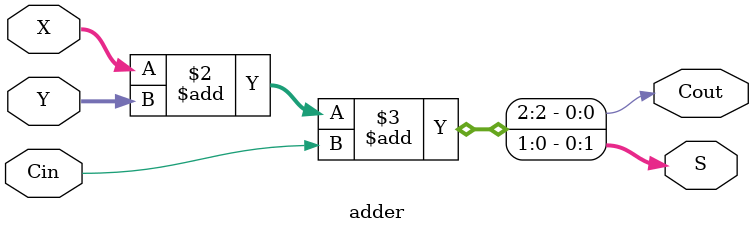
<source format=v>
/*
 * @Author       : ziky
 * @Date         : 2023-03-06 18:59:13
 * @Version      : V1.0.0
 * @LastEditTime : 2024-08-09 21:09:06
 * @LastEditors  : ziky
 * @FilePath     : \verilog_prj\test\adder.v
 * @Description  : È«¼ÓÆ÷
 */
//£¡Module description

module adder(X, Y, Cin, Cout, S);

  input [0:1] X;  //!input
  input [0:1] Y;
  input Cin;
  output reg [0:1]S;
  output reg Cout;
//£¡always
  always @(X , Y , Cin)
  begin
    {Cout , S} = X + Y + Cin;   //!pinjie
  end
endmodule

</source>
